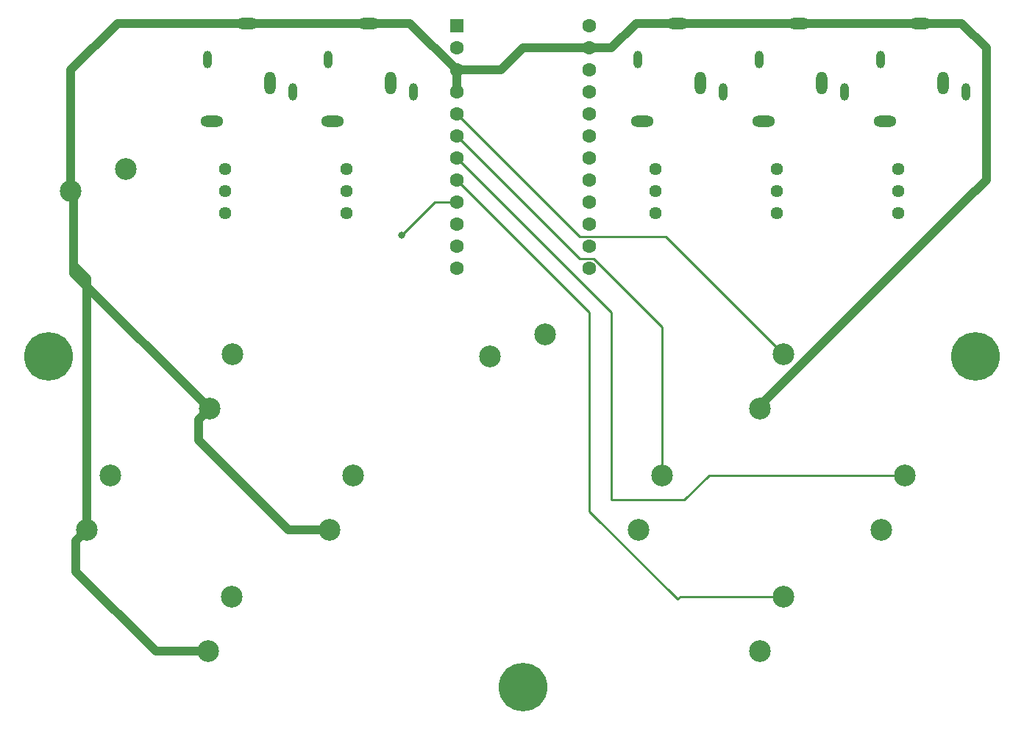
<source format=gbr>
%TF.GenerationSoftware,KiCad,Pcbnew,6.0.2+dfsg-1*%
%TF.CreationDate,2023-07-31T10:29:00-05:00*%
%TF.ProjectId,DrumBrain,4472756d-4272-4616-996e-2e6b69636164,rev?*%
%TF.SameCoordinates,Original*%
%TF.FileFunction,Copper,L2,Bot*%
%TF.FilePolarity,Positive*%
%FSLAX46Y46*%
G04 Gerber Fmt 4.6, Leading zero omitted, Abs format (unit mm)*
G04 Created by KiCad (PCBNEW 6.0.2+dfsg-1) date 2023-07-31 10:29:00*
%MOMM*%
%LPD*%
G01*
G04 APERTURE LIST*
%TA.AperFunction,ComponentPad*%
%ADD10O,2.616000X1.308000*%
%TD*%
%TA.AperFunction,ComponentPad*%
%ADD11O,1.008000X2.016000*%
%TD*%
%TA.AperFunction,ComponentPad*%
%ADD12O,1.308000X2.616000*%
%TD*%
%TA.AperFunction,ComponentPad*%
%ADD13C,5.600000*%
%TD*%
%TA.AperFunction,ComponentPad*%
%ADD14R,1.600000X1.600000*%
%TD*%
%TA.AperFunction,ComponentPad*%
%ADD15C,1.600000*%
%TD*%
%TA.AperFunction,ComponentPad*%
%ADD16C,2.500000*%
%TD*%
%TA.AperFunction,ComponentPad*%
%ADD17C,1.440000*%
%TD*%
%TA.AperFunction,ViaPad*%
%ADD18C,0.800000*%
%TD*%
%TA.AperFunction,Conductor*%
%ADD19C,0.250000*%
%TD*%
%TA.AperFunction,Conductor*%
%ADD20C,1.000000*%
%TD*%
G04 APERTURE END LIST*
D10*
%TO.P,YELLOW1,1*%
%TO.N,Earth*%
X129480000Y-60640000D03*
D11*
%TO.P,YELLOW1,2*%
%TO.N,unconnected-(YELLOW1-Pad2)*%
X134680000Y-68540000D03*
D12*
%TO.P,YELLOW1,3*%
%TO.N,unconnected-(YELLOW1-Pad3)*%
X132080000Y-67540000D03*
D10*
%TO.P,YELLOW1,4*%
%TO.N,Net-(YELLOW1-Pad4)*%
X125380000Y-71940000D03*
D11*
%TO.P,YELLOW1,5*%
X124880000Y-64840000D03*
%TD*%
D10*
%TO.P,RED1,1*%
%TO.N,Earth*%
X115570000Y-60640000D03*
D11*
%TO.P,RED1,2*%
%TO.N,unconnected-(RED1-Pad2)*%
X120770000Y-68540000D03*
D12*
%TO.P,RED1,3*%
%TO.N,unconnected-(RED1-Pad3)*%
X118170000Y-67540000D03*
D10*
%TO.P,RED1,4*%
%TO.N,Net-(RED1-Pad4)*%
X111470000Y-71940000D03*
D11*
%TO.P,RED1,5*%
X110970000Y-64840000D03*
%TD*%
D10*
%TO.P,KICK1,1*%
%TO.N,Earth*%
X165100000Y-60640000D03*
D11*
%TO.P,KICK1,2*%
%TO.N,unconnected-(KICK1-Pad2)*%
X170300000Y-68540000D03*
D12*
%TO.P,KICK1,3*%
%TO.N,unconnected-(KICK1-Pad3)*%
X167700000Y-67540000D03*
D10*
%TO.P,KICK1,4*%
%TO.N,Net-(KICK1-Pad4)*%
X161000000Y-71940000D03*
D11*
%TO.P,KICK1,5*%
X160500000Y-64840000D03*
%TD*%
D10*
%TO.P,GREEN1,1*%
%TO.N,Earth*%
X193040000Y-60640000D03*
D11*
%TO.P,GREEN1,2*%
%TO.N,unconnected-(GREEN1-Pad2)*%
X198240000Y-68540000D03*
D12*
%TO.P,GREEN1,3*%
%TO.N,unconnected-(GREEN1-Pad3)*%
X195640000Y-67540000D03*
D10*
%TO.P,GREEN1,4*%
%TO.N,Net-(GREEN1-Pad4)*%
X188940000Y-71940000D03*
D11*
%TO.P,GREEN1,5*%
X188440000Y-64840000D03*
%TD*%
D10*
%TO.P,BLUE1,1*%
%TO.N,Earth*%
X179070000Y-60640000D03*
D11*
%TO.P,BLUE1,2*%
%TO.N,unconnected-(BLUE1-Pad2)*%
X184270000Y-68540000D03*
D12*
%TO.P,BLUE1,3*%
%TO.N,unconnected-(BLUE1-Pad3)*%
X181670000Y-67540000D03*
D10*
%TO.P,BLUE1,4*%
%TO.N,Net-(BLUE1-Pad4)*%
X174970000Y-71940000D03*
D11*
%TO.P,BLUE1,5*%
X174470000Y-64840000D03*
%TD*%
D13*
%TO.P,,1*%
%TO.N,N/C*%
X147320000Y-137160000D03*
%TD*%
%TO.P,,1*%
%TO.N,N/C*%
X199390000Y-99060000D03*
%TD*%
%TO.P,M3,1*%
%TO.N,N/C*%
X92710000Y-99060000D03*
%TD*%
D14*
%TO.P,U1,1,TX*%
%TO.N,unconnected-(U1-Pad1)*%
X139700000Y-60960000D03*
D15*
%TO.P,U1,2,RX*%
%TO.N,unconnected-(U1-Pad2)*%
X139700000Y-63500000D03*
%TO.P,U1,3,GND*%
%TO.N,Earth*%
X139700000Y-66040000D03*
%TO.P,U1,4,GND*%
X139700000Y-68580000D03*
%TO.P,U1,5,SDA*%
%TO.N,Net-(SW-TRI1-Pad2)*%
X139700000Y-71120000D03*
%TO.P,U1,6,SCL*%
%TO.N,Net-(SW-SQR1-Pad2)*%
X139700000Y-73660000D03*
%TO.P,U1,7,D4*%
%TO.N,Net-(SW-CIR1-Pad2)*%
X139700000Y-76200000D03*
%TO.P,U1,8,C6*%
%TO.N,Net-(SW-X1-Pad2)*%
X139700000Y-78740000D03*
%TO.P,U1,9,D7*%
%TO.N,Net-(SW-UP1-Pad2)*%
X139700000Y-81280000D03*
%TO.P,U1,10,E6*%
%TO.N,Net-(SW-LT1-Pad2)*%
X139700000Y-83820000D03*
%TO.P,U1,11,B4*%
%TO.N,Net-(SW-RT1-Pad2)*%
X139700000Y-86360000D03*
%TO.P,U1,12,B5*%
%TO.N,Net-(SW-DN1-Pad2)*%
X139700000Y-88900000D03*
%TO.P,U1,13,B6*%
%TO.N,Net-(POT-K1-Pad2)*%
X154940000Y-88900000D03*
%TO.P,U1,14,B2*%
%TO.N,unconnected-(U1-Pad14)*%
X154940000Y-86360000D03*
%TO.P,U1,15,B3*%
%TO.N,Net-(SW-START1-Pad2)*%
X154940000Y-83820000D03*
%TO.P,U1,16,B1*%
%TO.N,Net-(SW-HOME1-Pad2)*%
X154940000Y-81280000D03*
%TO.P,U1,17,F7*%
%TO.N,Net-(POT-R1-Pad2)*%
X154940000Y-78740000D03*
%TO.P,U1,18,F6*%
%TO.N,Net-(POT-Y1-Pad2)*%
X154940000Y-76200000D03*
%TO.P,U1,19,F5*%
%TO.N,Net-(POT-B1-Pad2)*%
X154940000Y-73660000D03*
%TO.P,U1,20,F4*%
%TO.N,Net-(POT-G1-Pad2)*%
X154940000Y-71120000D03*
%TO.P,U1,21,VCC*%
%TO.N,unconnected-(U1-Pad21)*%
X154940000Y-68580000D03*
%TO.P,U1,22,RST*%
%TO.N,unconnected-(U1-Pad22)*%
X154940000Y-66040000D03*
%TO.P,U1,23,GND*%
%TO.N,Earth*%
X154940000Y-63500000D03*
%TO.P,U1,24,RAW*%
%TO.N,unconnected-(U1-Pad24)*%
X154940000Y-60960000D03*
%TD*%
D16*
%TO.P,SW-X1,1,1*%
%TO.N,Earth*%
X174579872Y-132978026D03*
%TO.P,SW-X1,2,2*%
%TO.N,Net-(SW-X1-Pad2)*%
X177273949Y-126691846D03*
%TD*%
%TO.P,SW-UP1,1,1*%
%TO.N,Earth*%
X111194872Y-105038026D03*
%TO.P,SW-UP1,2,2*%
%TO.N,Net-(SW-UP1-Pad2)*%
X113888949Y-98751846D03*
%TD*%
%TO.P,SW-TRI1,1,1*%
%TO.N,Earth*%
X174579872Y-105038026D03*
%TO.P,SW-TRI1,2,2*%
%TO.N,Net-(SW-TRI1-Pad2)*%
X177273949Y-98751846D03*
%TD*%
%TO.P,SW-START1,1,1*%
%TO.N,Earth*%
X95250000Y-80010000D03*
%TO.P,SW-START1,2,2*%
%TO.N,Net-(SW-START1-Pad2)*%
X101600000Y-77470000D03*
%TD*%
%TO.P,SW-SQR1,1,1*%
%TO.N,Earth*%
X160609872Y-119008026D03*
%TO.P,SW-SQR1,2,2*%
%TO.N,Net-(SW-SQR1-Pad2)*%
X163303949Y-112721846D03*
%TD*%
%TO.P,SW-RT1,1,1*%
%TO.N,Earth*%
X125049872Y-119008026D03*
%TO.P,SW-RT1,2,2*%
%TO.N,Net-(SW-RT1-Pad2)*%
X127743949Y-112721846D03*
%TD*%
%TO.P,SW-LT1,1,1*%
%TO.N,Earth*%
X97109872Y-119008026D03*
%TO.P,SW-LT1,2,2*%
%TO.N,Net-(SW-LT1-Pad2)*%
X99803949Y-112721846D03*
%TD*%
%TO.P,SW-HOME1,1,1*%
%TO.N,Earth*%
X143510000Y-99060000D03*
%TO.P,SW-HOME1,2,2*%
%TO.N,Net-(SW-HOME1-Pad2)*%
X149860000Y-96520000D03*
%TD*%
%TO.P,SW-DN1,1,1*%
%TO.N,Earth*%
X111079872Y-132978026D03*
%TO.P,SW-DN1,2,2*%
%TO.N,Net-(SW-DN1-Pad2)*%
X113773949Y-126691846D03*
%TD*%
%TO.P,SW-CIR1,1,1*%
%TO.N,Earth*%
X188549872Y-119008026D03*
%TO.P,SW-CIR1,2,2*%
%TO.N,Net-(SW-CIR1-Pad2)*%
X191243949Y-112721846D03*
%TD*%
D17*
%TO.P,POT-G1,1,1*%
%TO.N,Net-(GREEN1-Pad4)*%
X190500000Y-77460000D03*
%TO.P,POT-G1,2,2*%
%TO.N,Net-(POT-G1-Pad2)*%
X190500000Y-80000000D03*
%TO.P,POT-G1,3,3*%
%TO.N,unconnected-(POT-G1-Pad3)*%
X190500000Y-82540000D03*
%TD*%
%TO.P,POT-K1,1,1*%
%TO.N,Net-(KICK1-Pad4)*%
X162560000Y-77460000D03*
%TO.P,POT-K1,2,2*%
%TO.N,Net-(POT-K1-Pad2)*%
X162560000Y-80000000D03*
%TO.P,POT-K1,3,3*%
%TO.N,unconnected-(POT-K1-Pad3)*%
X162560000Y-82540000D03*
%TD*%
%TO.P,POT-R1,1,1*%
%TO.N,Net-(RED1-Pad4)*%
X113030000Y-77460000D03*
%TO.P,POT-R1,2,2*%
%TO.N,Net-(POT-R1-Pad2)*%
X113030000Y-80000000D03*
%TO.P,POT-R1,3,3*%
%TO.N,unconnected-(POT-R1-Pad3)*%
X113030000Y-82540000D03*
%TD*%
%TO.P,POT-Y1,1,1*%
%TO.N,Net-(YELLOW1-Pad4)*%
X127000000Y-77460000D03*
%TO.P,POT-Y1,2,2*%
%TO.N,Net-(POT-Y1-Pad2)*%
X127000000Y-80000000D03*
%TO.P,POT-Y1,3,3*%
%TO.N,unconnected-(POT-Y1-Pad3)*%
X127000000Y-82540000D03*
%TD*%
%TO.P,POT-B1,1,1*%
%TO.N,Net-(BLUE1-Pad4)*%
X176530000Y-77460000D03*
%TO.P,POT-B1,2,2*%
%TO.N,Net-(POT-B1-Pad2)*%
X176530000Y-80000000D03*
%TO.P,POT-B1,3,3*%
%TO.N,unconnected-(POT-B1-Pad3)*%
X176530000Y-82540000D03*
%TD*%
D18*
%TO.N,Net-(SW-UP1-Pad2)*%
X133350000Y-85090000D03*
%TD*%
D19*
%TO.N,Net-(SW-TRI1-Pad2)*%
X139700000Y-71120000D02*
X153815489Y-85235489D01*
X163757592Y-85235489D02*
X177273949Y-98751846D01*
X153815489Y-85235489D02*
X163757592Y-85235489D01*
%TO.N,Net-(SW-SQR1-Pad2)*%
X139700000Y-73660000D02*
X153815489Y-87775489D01*
X153815489Y-87775489D02*
X155405789Y-87775489D01*
X155405789Y-87775489D02*
X163303949Y-95673649D01*
X163303949Y-95673649D02*
X163303949Y-112721846D01*
D20*
%TO.N,Earth*%
X111194872Y-105038026D02*
X109944873Y-106288025D01*
X109944873Y-108674873D02*
X120278026Y-119008026D01*
X109944873Y-106288025D02*
X109944873Y-108674873D01*
X120278026Y-119008026D02*
X125049872Y-119008026D01*
X97109872Y-119008026D02*
X95859873Y-120258025D01*
X105038026Y-132978026D02*
X111079872Y-132978026D01*
X95859873Y-120258025D02*
X95859873Y-123799873D01*
X95859873Y-123799873D02*
X105038026Y-132978026D01*
X200660000Y-78740000D02*
X199390000Y-80010000D01*
X200660000Y-63500000D02*
X200660000Y-78740000D01*
X193040000Y-60640000D02*
X197800000Y-60640000D01*
X197800000Y-60640000D02*
X200660000Y-63500000D01*
X199390000Y-80010000D02*
X199311589Y-80010000D01*
X199311589Y-80010000D02*
X174579872Y-104741717D01*
X174579872Y-104741717D02*
X174579872Y-105038026D01*
X179070000Y-60640000D02*
X193040000Y-60640000D01*
D19*
%TO.N,Net-(SW-X1-Pad2)*%
X139700000Y-78740000D02*
X154940000Y-93980000D01*
X154940000Y-116901295D02*
X165038705Y-127000000D01*
X154940000Y-93980000D02*
X154940000Y-116901295D01*
X165100000Y-127000000D02*
X165408154Y-126691846D01*
X165038705Y-127000000D02*
X165100000Y-127000000D01*
X165408154Y-126691846D02*
X177273949Y-126691846D01*
%TO.N,Net-(SW-CIR1-Pad2)*%
X157480000Y-93980000D02*
X157480000Y-115570000D01*
X165872909Y-115570000D02*
X168721063Y-112721846D01*
X139700000Y-76200000D02*
X157480000Y-93980000D01*
X157480000Y-115570000D02*
X165872909Y-115570000D01*
X168721063Y-112721846D02*
X191243949Y-112721846D01*
%TO.N,Net-(SW-UP1-Pad2)*%
X133350000Y-85090000D02*
X137160000Y-81280000D01*
X137160000Y-81280000D02*
X139700000Y-81280000D01*
D20*
%TO.N,Earth*%
X95604521Y-88545479D02*
X95604521Y-89447675D01*
X95604521Y-80364521D02*
X95604521Y-88545479D01*
X95604521Y-88545479D02*
X97109872Y-90050830D01*
X97109872Y-90050830D02*
X97109872Y-119008026D01*
X95250000Y-80010000D02*
X95604521Y-80364521D01*
X95604521Y-89447675D02*
X111194872Y-105038026D01*
D19*
X125049872Y-118893026D02*
X125049872Y-119008026D01*
D20*
X100650000Y-60640000D02*
X95250000Y-66040000D01*
X115570000Y-60640000D02*
X100650000Y-60640000D01*
X95250000Y-66040000D02*
X95250000Y-80010000D01*
X165100000Y-60640000D02*
X179070000Y-60640000D01*
X154940000Y-63500000D02*
X157480000Y-63500000D01*
X160340000Y-60640000D02*
X165100000Y-60640000D01*
X157480000Y-63500000D02*
X160340000Y-60640000D01*
X144780000Y-66040000D02*
X147320000Y-63500000D01*
X147320000Y-63500000D02*
X154940000Y-63500000D01*
X139700000Y-66040000D02*
X144780000Y-66040000D01*
X129480000Y-60640000D02*
X115570000Y-60640000D01*
X139700000Y-66040000D02*
X134300000Y-60640000D01*
X134300000Y-60640000D02*
X129480000Y-60640000D01*
X139700000Y-66040000D02*
X139700000Y-68580000D01*
%TD*%
M02*

</source>
